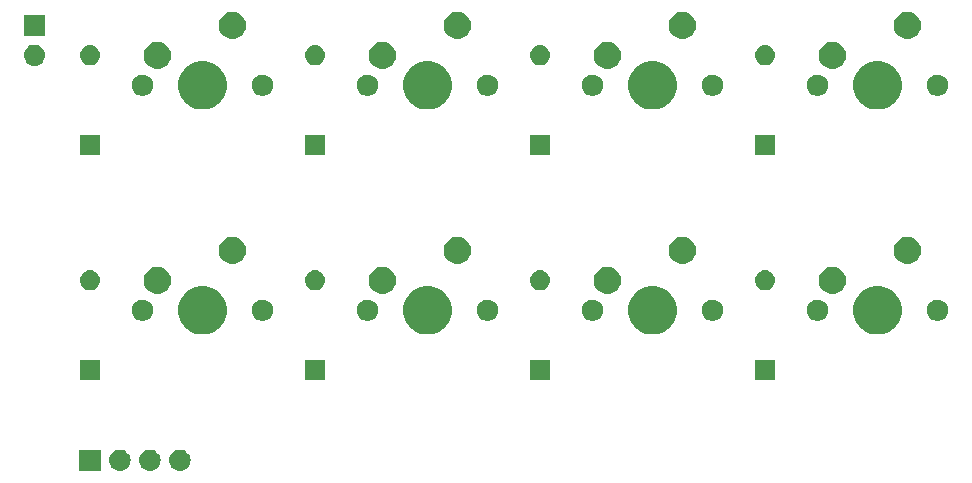
<source format=gbs>
G04 #@! TF.GenerationSoftware,KiCad,Pcbnew,(5.1.2)-1*
G04 #@! TF.CreationDate,2019-05-30T07:31:40-07:00*
G04 #@! TF.ProjectId,mechanical_keyboard_mk0,6d656368-616e-4696-9361-6c5f6b657962,rev?*
G04 #@! TF.SameCoordinates,Original*
G04 #@! TF.FileFunction,Soldermask,Bot*
G04 #@! TF.FilePolarity,Negative*
%FSLAX46Y46*%
G04 Gerber Fmt 4.6, Leading zero omitted, Abs format (unit mm)*
G04 Created by KiCad (PCBNEW (5.1.2)-1) date 2019-05-30 07:31:40*
%MOMM*%
%LPD*%
G04 APERTURE LIST*
%ADD10C,0.100000*%
G04 APERTURE END LIST*
D10*
G36*
X108695443Y-84703519D02*
G01*
X108761627Y-84710037D01*
X108931466Y-84761557D01*
X109087991Y-84845222D01*
X109123729Y-84874552D01*
X109225186Y-84957814D01*
X109308448Y-85059271D01*
X109337778Y-85095009D01*
X109421443Y-85251534D01*
X109472963Y-85421373D01*
X109490359Y-85598000D01*
X109472963Y-85774627D01*
X109421443Y-85944466D01*
X109337778Y-86100991D01*
X109308448Y-86136729D01*
X109225186Y-86238186D01*
X109123729Y-86321448D01*
X109087991Y-86350778D01*
X108931466Y-86434443D01*
X108761627Y-86485963D01*
X108695442Y-86492482D01*
X108629260Y-86499000D01*
X108540740Y-86499000D01*
X108474558Y-86492482D01*
X108408373Y-86485963D01*
X108238534Y-86434443D01*
X108082009Y-86350778D01*
X108046271Y-86321448D01*
X107944814Y-86238186D01*
X107861552Y-86136729D01*
X107832222Y-86100991D01*
X107748557Y-85944466D01*
X107697037Y-85774627D01*
X107679641Y-85598000D01*
X107697037Y-85421373D01*
X107748557Y-85251534D01*
X107832222Y-85095009D01*
X107861552Y-85059271D01*
X107944814Y-84957814D01*
X108046271Y-84874552D01*
X108082009Y-84845222D01*
X108238534Y-84761557D01*
X108408373Y-84710037D01*
X108474557Y-84703519D01*
X108540740Y-84697000D01*
X108629260Y-84697000D01*
X108695443Y-84703519D01*
X108695443Y-84703519D01*
G37*
G36*
X101866000Y-86499000D02*
G01*
X100064000Y-86499000D01*
X100064000Y-84697000D01*
X101866000Y-84697000D01*
X101866000Y-86499000D01*
X101866000Y-86499000D01*
G37*
G36*
X103615443Y-84703519D02*
G01*
X103681627Y-84710037D01*
X103851466Y-84761557D01*
X104007991Y-84845222D01*
X104043729Y-84874552D01*
X104145186Y-84957814D01*
X104228448Y-85059271D01*
X104257778Y-85095009D01*
X104341443Y-85251534D01*
X104392963Y-85421373D01*
X104410359Y-85598000D01*
X104392963Y-85774627D01*
X104341443Y-85944466D01*
X104257778Y-86100991D01*
X104228448Y-86136729D01*
X104145186Y-86238186D01*
X104043729Y-86321448D01*
X104007991Y-86350778D01*
X103851466Y-86434443D01*
X103681627Y-86485963D01*
X103615442Y-86492482D01*
X103549260Y-86499000D01*
X103460740Y-86499000D01*
X103394558Y-86492482D01*
X103328373Y-86485963D01*
X103158534Y-86434443D01*
X103002009Y-86350778D01*
X102966271Y-86321448D01*
X102864814Y-86238186D01*
X102781552Y-86136729D01*
X102752222Y-86100991D01*
X102668557Y-85944466D01*
X102617037Y-85774627D01*
X102599641Y-85598000D01*
X102617037Y-85421373D01*
X102668557Y-85251534D01*
X102752222Y-85095009D01*
X102781552Y-85059271D01*
X102864814Y-84957814D01*
X102966271Y-84874552D01*
X103002009Y-84845222D01*
X103158534Y-84761557D01*
X103328373Y-84710037D01*
X103394557Y-84703519D01*
X103460740Y-84697000D01*
X103549260Y-84697000D01*
X103615443Y-84703519D01*
X103615443Y-84703519D01*
G37*
G36*
X106155443Y-84703519D02*
G01*
X106221627Y-84710037D01*
X106391466Y-84761557D01*
X106547991Y-84845222D01*
X106583729Y-84874552D01*
X106685186Y-84957814D01*
X106768448Y-85059271D01*
X106797778Y-85095009D01*
X106881443Y-85251534D01*
X106932963Y-85421373D01*
X106950359Y-85598000D01*
X106932963Y-85774627D01*
X106881443Y-85944466D01*
X106797778Y-86100991D01*
X106768448Y-86136729D01*
X106685186Y-86238186D01*
X106583729Y-86321448D01*
X106547991Y-86350778D01*
X106391466Y-86434443D01*
X106221627Y-86485963D01*
X106155442Y-86492482D01*
X106089260Y-86499000D01*
X106000740Y-86499000D01*
X105934558Y-86492482D01*
X105868373Y-86485963D01*
X105698534Y-86434443D01*
X105542009Y-86350778D01*
X105506271Y-86321448D01*
X105404814Y-86238186D01*
X105321552Y-86136729D01*
X105292222Y-86100991D01*
X105208557Y-85944466D01*
X105157037Y-85774627D01*
X105139641Y-85598000D01*
X105157037Y-85421373D01*
X105208557Y-85251534D01*
X105292222Y-85095009D01*
X105321552Y-85059271D01*
X105404814Y-84957814D01*
X105506271Y-84874552D01*
X105542009Y-84845222D01*
X105698534Y-84761557D01*
X105868373Y-84710037D01*
X105934557Y-84703519D01*
X106000740Y-84697000D01*
X106089260Y-84697000D01*
X106155443Y-84703519D01*
X106155443Y-84703519D01*
G37*
G36*
X101816000Y-78829000D02*
G01*
X100114000Y-78829000D01*
X100114000Y-77127000D01*
X101816000Y-77127000D01*
X101816000Y-78829000D01*
X101816000Y-78829000D01*
G37*
G36*
X120866000Y-78829000D02*
G01*
X119164000Y-78829000D01*
X119164000Y-77127000D01*
X120866000Y-77127000D01*
X120866000Y-78829000D01*
X120866000Y-78829000D01*
G37*
G36*
X139916000Y-78829000D02*
G01*
X138214000Y-78829000D01*
X138214000Y-77127000D01*
X139916000Y-77127000D01*
X139916000Y-78829000D01*
X139916000Y-78829000D01*
G37*
G36*
X158966000Y-78829000D02*
G01*
X157264000Y-78829000D01*
X157264000Y-77127000D01*
X158966000Y-77127000D01*
X158966000Y-78829000D01*
X158966000Y-78829000D01*
G37*
G36*
X149188254Y-70925818D02*
G01*
X149533938Y-71069005D01*
X149561513Y-71080427D01*
X149897436Y-71304884D01*
X150183116Y-71590564D01*
X150407574Y-71926489D01*
X150562182Y-72299746D01*
X150641000Y-72695993D01*
X150641000Y-73100007D01*
X150562182Y-73496254D01*
X150407574Y-73869511D01*
X150407573Y-73869513D01*
X150183116Y-74205436D01*
X149897436Y-74491116D01*
X149561513Y-74715573D01*
X149561512Y-74715574D01*
X149561511Y-74715574D01*
X149188254Y-74870182D01*
X148792007Y-74949000D01*
X148387993Y-74949000D01*
X147991746Y-74870182D01*
X147618489Y-74715574D01*
X147618488Y-74715574D01*
X147618487Y-74715573D01*
X147282564Y-74491116D01*
X146996884Y-74205436D01*
X146772427Y-73869513D01*
X146772426Y-73869511D01*
X146617818Y-73496254D01*
X146539000Y-73100007D01*
X146539000Y-72695993D01*
X146617818Y-72299746D01*
X146772426Y-71926489D01*
X146996884Y-71590564D01*
X147282564Y-71304884D01*
X147618487Y-71080427D01*
X147646062Y-71069005D01*
X147991746Y-70925818D01*
X148387993Y-70847000D01*
X148792007Y-70847000D01*
X149188254Y-70925818D01*
X149188254Y-70925818D01*
G37*
G36*
X168238254Y-70925818D02*
G01*
X168583938Y-71069005D01*
X168611513Y-71080427D01*
X168947436Y-71304884D01*
X169233116Y-71590564D01*
X169457574Y-71926489D01*
X169612182Y-72299746D01*
X169691000Y-72695993D01*
X169691000Y-73100007D01*
X169612182Y-73496254D01*
X169457574Y-73869511D01*
X169457573Y-73869513D01*
X169233116Y-74205436D01*
X168947436Y-74491116D01*
X168611513Y-74715573D01*
X168611512Y-74715574D01*
X168611511Y-74715574D01*
X168238254Y-74870182D01*
X167842007Y-74949000D01*
X167437993Y-74949000D01*
X167041746Y-74870182D01*
X166668489Y-74715574D01*
X166668488Y-74715574D01*
X166668487Y-74715573D01*
X166332564Y-74491116D01*
X166046884Y-74205436D01*
X165822427Y-73869513D01*
X165822426Y-73869511D01*
X165667818Y-73496254D01*
X165589000Y-73100007D01*
X165589000Y-72695993D01*
X165667818Y-72299746D01*
X165822426Y-71926489D01*
X166046884Y-71590564D01*
X166332564Y-71304884D01*
X166668487Y-71080427D01*
X166696062Y-71069005D01*
X167041746Y-70925818D01*
X167437993Y-70847000D01*
X167842007Y-70847000D01*
X168238254Y-70925818D01*
X168238254Y-70925818D01*
G37*
G36*
X111088254Y-70925818D02*
G01*
X111433938Y-71069005D01*
X111461513Y-71080427D01*
X111797436Y-71304884D01*
X112083116Y-71590564D01*
X112307574Y-71926489D01*
X112462182Y-72299746D01*
X112541000Y-72695993D01*
X112541000Y-73100007D01*
X112462182Y-73496254D01*
X112307574Y-73869511D01*
X112307573Y-73869513D01*
X112083116Y-74205436D01*
X111797436Y-74491116D01*
X111461513Y-74715573D01*
X111461512Y-74715574D01*
X111461511Y-74715574D01*
X111088254Y-74870182D01*
X110692007Y-74949000D01*
X110287993Y-74949000D01*
X109891746Y-74870182D01*
X109518489Y-74715574D01*
X109518488Y-74715574D01*
X109518487Y-74715573D01*
X109182564Y-74491116D01*
X108896884Y-74205436D01*
X108672427Y-73869513D01*
X108672426Y-73869511D01*
X108517818Y-73496254D01*
X108439000Y-73100007D01*
X108439000Y-72695993D01*
X108517818Y-72299746D01*
X108672426Y-71926489D01*
X108896884Y-71590564D01*
X109182564Y-71304884D01*
X109518487Y-71080427D01*
X109546062Y-71069005D01*
X109891746Y-70925818D01*
X110287993Y-70847000D01*
X110692007Y-70847000D01*
X111088254Y-70925818D01*
X111088254Y-70925818D01*
G37*
G36*
X130138254Y-70925818D02*
G01*
X130483938Y-71069005D01*
X130511513Y-71080427D01*
X130847436Y-71304884D01*
X131133116Y-71590564D01*
X131357574Y-71926489D01*
X131512182Y-72299746D01*
X131591000Y-72695993D01*
X131591000Y-73100007D01*
X131512182Y-73496254D01*
X131357574Y-73869511D01*
X131357573Y-73869513D01*
X131133116Y-74205436D01*
X130847436Y-74491116D01*
X130511513Y-74715573D01*
X130511512Y-74715574D01*
X130511511Y-74715574D01*
X130138254Y-74870182D01*
X129742007Y-74949000D01*
X129337993Y-74949000D01*
X128941746Y-74870182D01*
X128568489Y-74715574D01*
X128568488Y-74715574D01*
X128568487Y-74715573D01*
X128232564Y-74491116D01*
X127946884Y-74205436D01*
X127722427Y-73869513D01*
X127722426Y-73869511D01*
X127567818Y-73496254D01*
X127489000Y-73100007D01*
X127489000Y-72695993D01*
X127567818Y-72299746D01*
X127722426Y-71926489D01*
X127946884Y-71590564D01*
X128232564Y-71304884D01*
X128568487Y-71080427D01*
X128596062Y-71069005D01*
X128941746Y-70925818D01*
X129337993Y-70847000D01*
X129742007Y-70847000D01*
X130138254Y-70925818D01*
X130138254Y-70925818D01*
G37*
G36*
X115683512Y-72001927D02*
G01*
X115832812Y-72031624D01*
X115996784Y-72099544D01*
X116144354Y-72198147D01*
X116269853Y-72323646D01*
X116368456Y-72471216D01*
X116436376Y-72635188D01*
X116471000Y-72809259D01*
X116471000Y-72986741D01*
X116436376Y-73160812D01*
X116368456Y-73324784D01*
X116269853Y-73472354D01*
X116144354Y-73597853D01*
X115996784Y-73696456D01*
X115832812Y-73764376D01*
X115683512Y-73794073D01*
X115658742Y-73799000D01*
X115481258Y-73799000D01*
X115456488Y-73794073D01*
X115307188Y-73764376D01*
X115143216Y-73696456D01*
X114995646Y-73597853D01*
X114870147Y-73472354D01*
X114771544Y-73324784D01*
X114703624Y-73160812D01*
X114669000Y-72986741D01*
X114669000Y-72809259D01*
X114703624Y-72635188D01*
X114771544Y-72471216D01*
X114870147Y-72323646D01*
X114995646Y-72198147D01*
X115143216Y-72099544D01*
X115307188Y-72031624D01*
X115456488Y-72001927D01*
X115481258Y-71997000D01*
X115658742Y-71997000D01*
X115683512Y-72001927D01*
X115683512Y-72001927D01*
G37*
G36*
X153783512Y-72001927D02*
G01*
X153932812Y-72031624D01*
X154096784Y-72099544D01*
X154244354Y-72198147D01*
X154369853Y-72323646D01*
X154468456Y-72471216D01*
X154536376Y-72635188D01*
X154571000Y-72809259D01*
X154571000Y-72986741D01*
X154536376Y-73160812D01*
X154468456Y-73324784D01*
X154369853Y-73472354D01*
X154244354Y-73597853D01*
X154096784Y-73696456D01*
X153932812Y-73764376D01*
X153783512Y-73794073D01*
X153758742Y-73799000D01*
X153581258Y-73799000D01*
X153556488Y-73794073D01*
X153407188Y-73764376D01*
X153243216Y-73696456D01*
X153095646Y-73597853D01*
X152970147Y-73472354D01*
X152871544Y-73324784D01*
X152803624Y-73160812D01*
X152769000Y-72986741D01*
X152769000Y-72809259D01*
X152803624Y-72635188D01*
X152871544Y-72471216D01*
X152970147Y-72323646D01*
X153095646Y-72198147D01*
X153243216Y-72099544D01*
X153407188Y-72031624D01*
X153556488Y-72001927D01*
X153581258Y-71997000D01*
X153758742Y-71997000D01*
X153783512Y-72001927D01*
X153783512Y-72001927D01*
G37*
G36*
X162673512Y-72001927D02*
G01*
X162822812Y-72031624D01*
X162986784Y-72099544D01*
X163134354Y-72198147D01*
X163259853Y-72323646D01*
X163358456Y-72471216D01*
X163426376Y-72635188D01*
X163461000Y-72809259D01*
X163461000Y-72986741D01*
X163426376Y-73160812D01*
X163358456Y-73324784D01*
X163259853Y-73472354D01*
X163134354Y-73597853D01*
X162986784Y-73696456D01*
X162822812Y-73764376D01*
X162673512Y-73794073D01*
X162648742Y-73799000D01*
X162471258Y-73799000D01*
X162446488Y-73794073D01*
X162297188Y-73764376D01*
X162133216Y-73696456D01*
X161985646Y-73597853D01*
X161860147Y-73472354D01*
X161761544Y-73324784D01*
X161693624Y-73160812D01*
X161659000Y-72986741D01*
X161659000Y-72809259D01*
X161693624Y-72635188D01*
X161761544Y-72471216D01*
X161860147Y-72323646D01*
X161985646Y-72198147D01*
X162133216Y-72099544D01*
X162297188Y-72031624D01*
X162446488Y-72001927D01*
X162471258Y-71997000D01*
X162648742Y-71997000D01*
X162673512Y-72001927D01*
X162673512Y-72001927D01*
G37*
G36*
X134733512Y-72001927D02*
G01*
X134882812Y-72031624D01*
X135046784Y-72099544D01*
X135194354Y-72198147D01*
X135319853Y-72323646D01*
X135418456Y-72471216D01*
X135486376Y-72635188D01*
X135521000Y-72809259D01*
X135521000Y-72986741D01*
X135486376Y-73160812D01*
X135418456Y-73324784D01*
X135319853Y-73472354D01*
X135194354Y-73597853D01*
X135046784Y-73696456D01*
X134882812Y-73764376D01*
X134733512Y-73794073D01*
X134708742Y-73799000D01*
X134531258Y-73799000D01*
X134506488Y-73794073D01*
X134357188Y-73764376D01*
X134193216Y-73696456D01*
X134045646Y-73597853D01*
X133920147Y-73472354D01*
X133821544Y-73324784D01*
X133753624Y-73160812D01*
X133719000Y-72986741D01*
X133719000Y-72809259D01*
X133753624Y-72635188D01*
X133821544Y-72471216D01*
X133920147Y-72323646D01*
X134045646Y-72198147D01*
X134193216Y-72099544D01*
X134357188Y-72031624D01*
X134506488Y-72001927D01*
X134531258Y-71997000D01*
X134708742Y-71997000D01*
X134733512Y-72001927D01*
X134733512Y-72001927D01*
G37*
G36*
X124573512Y-72001927D02*
G01*
X124722812Y-72031624D01*
X124886784Y-72099544D01*
X125034354Y-72198147D01*
X125159853Y-72323646D01*
X125258456Y-72471216D01*
X125326376Y-72635188D01*
X125361000Y-72809259D01*
X125361000Y-72986741D01*
X125326376Y-73160812D01*
X125258456Y-73324784D01*
X125159853Y-73472354D01*
X125034354Y-73597853D01*
X124886784Y-73696456D01*
X124722812Y-73764376D01*
X124573512Y-73794073D01*
X124548742Y-73799000D01*
X124371258Y-73799000D01*
X124346488Y-73794073D01*
X124197188Y-73764376D01*
X124033216Y-73696456D01*
X123885646Y-73597853D01*
X123760147Y-73472354D01*
X123661544Y-73324784D01*
X123593624Y-73160812D01*
X123559000Y-72986741D01*
X123559000Y-72809259D01*
X123593624Y-72635188D01*
X123661544Y-72471216D01*
X123760147Y-72323646D01*
X123885646Y-72198147D01*
X124033216Y-72099544D01*
X124197188Y-72031624D01*
X124346488Y-72001927D01*
X124371258Y-71997000D01*
X124548742Y-71997000D01*
X124573512Y-72001927D01*
X124573512Y-72001927D01*
G37*
G36*
X105523512Y-72001927D02*
G01*
X105672812Y-72031624D01*
X105836784Y-72099544D01*
X105984354Y-72198147D01*
X106109853Y-72323646D01*
X106208456Y-72471216D01*
X106276376Y-72635188D01*
X106311000Y-72809259D01*
X106311000Y-72986741D01*
X106276376Y-73160812D01*
X106208456Y-73324784D01*
X106109853Y-73472354D01*
X105984354Y-73597853D01*
X105836784Y-73696456D01*
X105672812Y-73764376D01*
X105523512Y-73794073D01*
X105498742Y-73799000D01*
X105321258Y-73799000D01*
X105296488Y-73794073D01*
X105147188Y-73764376D01*
X104983216Y-73696456D01*
X104835646Y-73597853D01*
X104710147Y-73472354D01*
X104611544Y-73324784D01*
X104543624Y-73160812D01*
X104509000Y-72986741D01*
X104509000Y-72809259D01*
X104543624Y-72635188D01*
X104611544Y-72471216D01*
X104710147Y-72323646D01*
X104835646Y-72198147D01*
X104983216Y-72099544D01*
X105147188Y-72031624D01*
X105296488Y-72001927D01*
X105321258Y-71997000D01*
X105498742Y-71997000D01*
X105523512Y-72001927D01*
X105523512Y-72001927D01*
G37*
G36*
X143623512Y-72001927D02*
G01*
X143772812Y-72031624D01*
X143936784Y-72099544D01*
X144084354Y-72198147D01*
X144209853Y-72323646D01*
X144308456Y-72471216D01*
X144376376Y-72635188D01*
X144411000Y-72809259D01*
X144411000Y-72986741D01*
X144376376Y-73160812D01*
X144308456Y-73324784D01*
X144209853Y-73472354D01*
X144084354Y-73597853D01*
X143936784Y-73696456D01*
X143772812Y-73764376D01*
X143623512Y-73794073D01*
X143598742Y-73799000D01*
X143421258Y-73799000D01*
X143396488Y-73794073D01*
X143247188Y-73764376D01*
X143083216Y-73696456D01*
X142935646Y-73597853D01*
X142810147Y-73472354D01*
X142711544Y-73324784D01*
X142643624Y-73160812D01*
X142609000Y-72986741D01*
X142609000Y-72809259D01*
X142643624Y-72635188D01*
X142711544Y-72471216D01*
X142810147Y-72323646D01*
X142935646Y-72198147D01*
X143083216Y-72099544D01*
X143247188Y-72031624D01*
X143396488Y-72001927D01*
X143421258Y-71997000D01*
X143598742Y-71997000D01*
X143623512Y-72001927D01*
X143623512Y-72001927D01*
G37*
G36*
X172833512Y-72001927D02*
G01*
X172982812Y-72031624D01*
X173146784Y-72099544D01*
X173294354Y-72198147D01*
X173419853Y-72323646D01*
X173518456Y-72471216D01*
X173586376Y-72635188D01*
X173621000Y-72809259D01*
X173621000Y-72986741D01*
X173586376Y-73160812D01*
X173518456Y-73324784D01*
X173419853Y-73472354D01*
X173294354Y-73597853D01*
X173146784Y-73696456D01*
X172982812Y-73764376D01*
X172833512Y-73794073D01*
X172808742Y-73799000D01*
X172631258Y-73799000D01*
X172606488Y-73794073D01*
X172457188Y-73764376D01*
X172293216Y-73696456D01*
X172145646Y-73597853D01*
X172020147Y-73472354D01*
X171921544Y-73324784D01*
X171853624Y-73160812D01*
X171819000Y-72986741D01*
X171819000Y-72809259D01*
X171853624Y-72635188D01*
X171921544Y-72471216D01*
X172020147Y-72323646D01*
X172145646Y-72198147D01*
X172293216Y-72099544D01*
X172457188Y-72031624D01*
X172606488Y-72001927D01*
X172631258Y-71997000D01*
X172808742Y-71997000D01*
X172833512Y-72001927D01*
X172833512Y-72001927D01*
G37*
G36*
X106904549Y-69229116D02*
G01*
X107015734Y-69251232D01*
X107225203Y-69337997D01*
X107413720Y-69463960D01*
X107574040Y-69624280D01*
X107700003Y-69812797D01*
X107786768Y-70022266D01*
X107831000Y-70244636D01*
X107831000Y-70471364D01*
X107786768Y-70693734D01*
X107700003Y-70903203D01*
X107574040Y-71091720D01*
X107413720Y-71252040D01*
X107225203Y-71378003D01*
X107015734Y-71464768D01*
X106904549Y-71486884D01*
X106793365Y-71509000D01*
X106566635Y-71509000D01*
X106455451Y-71486884D01*
X106344266Y-71464768D01*
X106134797Y-71378003D01*
X105946280Y-71252040D01*
X105785960Y-71091720D01*
X105659997Y-70903203D01*
X105573232Y-70693734D01*
X105529000Y-70471364D01*
X105529000Y-70244636D01*
X105573232Y-70022266D01*
X105659997Y-69812797D01*
X105785960Y-69624280D01*
X105946280Y-69463960D01*
X106134797Y-69337997D01*
X106344266Y-69251232D01*
X106455451Y-69229116D01*
X106566635Y-69207000D01*
X106793365Y-69207000D01*
X106904549Y-69229116D01*
X106904549Y-69229116D01*
G37*
G36*
X164054549Y-69229116D02*
G01*
X164165734Y-69251232D01*
X164375203Y-69337997D01*
X164563720Y-69463960D01*
X164724040Y-69624280D01*
X164850003Y-69812797D01*
X164936768Y-70022266D01*
X164981000Y-70244636D01*
X164981000Y-70471364D01*
X164936768Y-70693734D01*
X164850003Y-70903203D01*
X164724040Y-71091720D01*
X164563720Y-71252040D01*
X164375203Y-71378003D01*
X164165734Y-71464768D01*
X164054549Y-71486884D01*
X163943365Y-71509000D01*
X163716635Y-71509000D01*
X163605451Y-71486884D01*
X163494266Y-71464768D01*
X163284797Y-71378003D01*
X163096280Y-71252040D01*
X162935960Y-71091720D01*
X162809997Y-70903203D01*
X162723232Y-70693734D01*
X162679000Y-70471364D01*
X162679000Y-70244636D01*
X162723232Y-70022266D01*
X162809997Y-69812797D01*
X162935960Y-69624280D01*
X163096280Y-69463960D01*
X163284797Y-69337997D01*
X163494266Y-69251232D01*
X163605451Y-69229116D01*
X163716635Y-69207000D01*
X163943365Y-69207000D01*
X164054549Y-69229116D01*
X164054549Y-69229116D01*
G37*
G36*
X145004549Y-69229116D02*
G01*
X145115734Y-69251232D01*
X145325203Y-69337997D01*
X145513720Y-69463960D01*
X145674040Y-69624280D01*
X145800003Y-69812797D01*
X145886768Y-70022266D01*
X145931000Y-70244636D01*
X145931000Y-70471364D01*
X145886768Y-70693734D01*
X145800003Y-70903203D01*
X145674040Y-71091720D01*
X145513720Y-71252040D01*
X145325203Y-71378003D01*
X145115734Y-71464768D01*
X145004549Y-71486884D01*
X144893365Y-71509000D01*
X144666635Y-71509000D01*
X144555451Y-71486884D01*
X144444266Y-71464768D01*
X144234797Y-71378003D01*
X144046280Y-71252040D01*
X143885960Y-71091720D01*
X143759997Y-70903203D01*
X143673232Y-70693734D01*
X143629000Y-70471364D01*
X143629000Y-70244636D01*
X143673232Y-70022266D01*
X143759997Y-69812797D01*
X143885960Y-69624280D01*
X144046280Y-69463960D01*
X144234797Y-69337997D01*
X144444266Y-69251232D01*
X144555451Y-69229116D01*
X144666635Y-69207000D01*
X144893365Y-69207000D01*
X145004549Y-69229116D01*
X145004549Y-69229116D01*
G37*
G36*
X125954549Y-69229116D02*
G01*
X126065734Y-69251232D01*
X126275203Y-69337997D01*
X126463720Y-69463960D01*
X126624040Y-69624280D01*
X126750003Y-69812797D01*
X126836768Y-70022266D01*
X126881000Y-70244636D01*
X126881000Y-70471364D01*
X126836768Y-70693734D01*
X126750003Y-70903203D01*
X126624040Y-71091720D01*
X126463720Y-71252040D01*
X126275203Y-71378003D01*
X126065734Y-71464768D01*
X125954549Y-71486884D01*
X125843365Y-71509000D01*
X125616635Y-71509000D01*
X125505451Y-71486884D01*
X125394266Y-71464768D01*
X125184797Y-71378003D01*
X124996280Y-71252040D01*
X124835960Y-71091720D01*
X124709997Y-70903203D01*
X124623232Y-70693734D01*
X124579000Y-70471364D01*
X124579000Y-70244636D01*
X124623232Y-70022266D01*
X124709997Y-69812797D01*
X124835960Y-69624280D01*
X124996280Y-69463960D01*
X125184797Y-69337997D01*
X125394266Y-69251232D01*
X125505451Y-69229116D01*
X125616635Y-69207000D01*
X125843365Y-69207000D01*
X125954549Y-69229116D01*
X125954549Y-69229116D01*
G37*
G36*
X158281823Y-69519313D02*
G01*
X158442242Y-69567976D01*
X158547579Y-69624280D01*
X158590078Y-69646996D01*
X158719659Y-69753341D01*
X158826004Y-69882922D01*
X158826005Y-69882924D01*
X158905024Y-70030758D01*
X158953687Y-70191177D01*
X158970117Y-70358000D01*
X158953687Y-70524823D01*
X158905024Y-70685242D01*
X158834114Y-70817906D01*
X158826004Y-70833078D01*
X158719659Y-70962659D01*
X158590078Y-71069004D01*
X158590076Y-71069005D01*
X158442242Y-71148024D01*
X158281823Y-71196687D01*
X158156804Y-71209000D01*
X158073196Y-71209000D01*
X157948177Y-71196687D01*
X157787758Y-71148024D01*
X157639924Y-71069005D01*
X157639922Y-71069004D01*
X157510341Y-70962659D01*
X157403996Y-70833078D01*
X157395886Y-70817906D01*
X157324976Y-70685242D01*
X157276313Y-70524823D01*
X157259883Y-70358000D01*
X157276313Y-70191177D01*
X157324976Y-70030758D01*
X157403995Y-69882924D01*
X157403996Y-69882922D01*
X157510341Y-69753341D01*
X157639922Y-69646996D01*
X157682421Y-69624280D01*
X157787758Y-69567976D01*
X157948177Y-69519313D01*
X158073196Y-69507000D01*
X158156804Y-69507000D01*
X158281823Y-69519313D01*
X158281823Y-69519313D01*
G37*
G36*
X139231823Y-69519313D02*
G01*
X139392242Y-69567976D01*
X139497579Y-69624280D01*
X139540078Y-69646996D01*
X139669659Y-69753341D01*
X139776004Y-69882922D01*
X139776005Y-69882924D01*
X139855024Y-70030758D01*
X139903687Y-70191177D01*
X139920117Y-70358000D01*
X139903687Y-70524823D01*
X139855024Y-70685242D01*
X139784114Y-70817906D01*
X139776004Y-70833078D01*
X139669659Y-70962659D01*
X139540078Y-71069004D01*
X139540076Y-71069005D01*
X139392242Y-71148024D01*
X139231823Y-71196687D01*
X139106804Y-71209000D01*
X139023196Y-71209000D01*
X138898177Y-71196687D01*
X138737758Y-71148024D01*
X138589924Y-71069005D01*
X138589922Y-71069004D01*
X138460341Y-70962659D01*
X138353996Y-70833078D01*
X138345886Y-70817906D01*
X138274976Y-70685242D01*
X138226313Y-70524823D01*
X138209883Y-70358000D01*
X138226313Y-70191177D01*
X138274976Y-70030758D01*
X138353995Y-69882924D01*
X138353996Y-69882922D01*
X138460341Y-69753341D01*
X138589922Y-69646996D01*
X138632421Y-69624280D01*
X138737758Y-69567976D01*
X138898177Y-69519313D01*
X139023196Y-69507000D01*
X139106804Y-69507000D01*
X139231823Y-69519313D01*
X139231823Y-69519313D01*
G37*
G36*
X120181823Y-69519313D02*
G01*
X120342242Y-69567976D01*
X120447579Y-69624280D01*
X120490078Y-69646996D01*
X120619659Y-69753341D01*
X120726004Y-69882922D01*
X120726005Y-69882924D01*
X120805024Y-70030758D01*
X120853687Y-70191177D01*
X120870117Y-70358000D01*
X120853687Y-70524823D01*
X120805024Y-70685242D01*
X120734114Y-70817906D01*
X120726004Y-70833078D01*
X120619659Y-70962659D01*
X120490078Y-71069004D01*
X120490076Y-71069005D01*
X120342242Y-71148024D01*
X120181823Y-71196687D01*
X120056804Y-71209000D01*
X119973196Y-71209000D01*
X119848177Y-71196687D01*
X119687758Y-71148024D01*
X119539924Y-71069005D01*
X119539922Y-71069004D01*
X119410341Y-70962659D01*
X119303996Y-70833078D01*
X119295886Y-70817906D01*
X119224976Y-70685242D01*
X119176313Y-70524823D01*
X119159883Y-70358000D01*
X119176313Y-70191177D01*
X119224976Y-70030758D01*
X119303995Y-69882924D01*
X119303996Y-69882922D01*
X119410341Y-69753341D01*
X119539922Y-69646996D01*
X119582421Y-69624280D01*
X119687758Y-69567976D01*
X119848177Y-69519313D01*
X119973196Y-69507000D01*
X120056804Y-69507000D01*
X120181823Y-69519313D01*
X120181823Y-69519313D01*
G37*
G36*
X101131823Y-69519313D02*
G01*
X101292242Y-69567976D01*
X101397579Y-69624280D01*
X101440078Y-69646996D01*
X101569659Y-69753341D01*
X101676004Y-69882922D01*
X101676005Y-69882924D01*
X101755024Y-70030758D01*
X101803687Y-70191177D01*
X101820117Y-70358000D01*
X101803687Y-70524823D01*
X101755024Y-70685242D01*
X101684114Y-70817906D01*
X101676004Y-70833078D01*
X101569659Y-70962659D01*
X101440078Y-71069004D01*
X101440076Y-71069005D01*
X101292242Y-71148024D01*
X101131823Y-71196687D01*
X101006804Y-71209000D01*
X100923196Y-71209000D01*
X100798177Y-71196687D01*
X100637758Y-71148024D01*
X100489924Y-71069005D01*
X100489922Y-71069004D01*
X100360341Y-70962659D01*
X100253996Y-70833078D01*
X100245886Y-70817906D01*
X100174976Y-70685242D01*
X100126313Y-70524823D01*
X100109883Y-70358000D01*
X100126313Y-70191177D01*
X100174976Y-70030758D01*
X100253995Y-69882924D01*
X100253996Y-69882922D01*
X100360341Y-69753341D01*
X100489922Y-69646996D01*
X100532421Y-69624280D01*
X100637758Y-69567976D01*
X100798177Y-69519313D01*
X100923196Y-69507000D01*
X101006804Y-69507000D01*
X101131823Y-69519313D01*
X101131823Y-69519313D01*
G37*
G36*
X113254549Y-66689116D02*
G01*
X113365734Y-66711232D01*
X113575203Y-66797997D01*
X113763720Y-66923960D01*
X113924040Y-67084280D01*
X114050003Y-67272797D01*
X114136768Y-67482266D01*
X114181000Y-67704636D01*
X114181000Y-67931364D01*
X114136768Y-68153734D01*
X114050003Y-68363203D01*
X113924040Y-68551720D01*
X113763720Y-68712040D01*
X113575203Y-68838003D01*
X113365734Y-68924768D01*
X113254549Y-68946884D01*
X113143365Y-68969000D01*
X112916635Y-68969000D01*
X112805451Y-68946884D01*
X112694266Y-68924768D01*
X112484797Y-68838003D01*
X112296280Y-68712040D01*
X112135960Y-68551720D01*
X112009997Y-68363203D01*
X111923232Y-68153734D01*
X111879000Y-67931364D01*
X111879000Y-67704636D01*
X111923232Y-67482266D01*
X112009997Y-67272797D01*
X112135960Y-67084280D01*
X112296280Y-66923960D01*
X112484797Y-66797997D01*
X112694266Y-66711232D01*
X112805451Y-66689116D01*
X112916635Y-66667000D01*
X113143365Y-66667000D01*
X113254549Y-66689116D01*
X113254549Y-66689116D01*
G37*
G36*
X151354549Y-66689116D02*
G01*
X151465734Y-66711232D01*
X151675203Y-66797997D01*
X151863720Y-66923960D01*
X152024040Y-67084280D01*
X152150003Y-67272797D01*
X152236768Y-67482266D01*
X152281000Y-67704636D01*
X152281000Y-67931364D01*
X152236768Y-68153734D01*
X152150003Y-68363203D01*
X152024040Y-68551720D01*
X151863720Y-68712040D01*
X151675203Y-68838003D01*
X151465734Y-68924768D01*
X151354549Y-68946884D01*
X151243365Y-68969000D01*
X151016635Y-68969000D01*
X150905451Y-68946884D01*
X150794266Y-68924768D01*
X150584797Y-68838003D01*
X150396280Y-68712040D01*
X150235960Y-68551720D01*
X150109997Y-68363203D01*
X150023232Y-68153734D01*
X149979000Y-67931364D01*
X149979000Y-67704636D01*
X150023232Y-67482266D01*
X150109997Y-67272797D01*
X150235960Y-67084280D01*
X150396280Y-66923960D01*
X150584797Y-66797997D01*
X150794266Y-66711232D01*
X150905451Y-66689116D01*
X151016635Y-66667000D01*
X151243365Y-66667000D01*
X151354549Y-66689116D01*
X151354549Y-66689116D01*
G37*
G36*
X132304549Y-66689116D02*
G01*
X132415734Y-66711232D01*
X132625203Y-66797997D01*
X132813720Y-66923960D01*
X132974040Y-67084280D01*
X133100003Y-67272797D01*
X133186768Y-67482266D01*
X133231000Y-67704636D01*
X133231000Y-67931364D01*
X133186768Y-68153734D01*
X133100003Y-68363203D01*
X132974040Y-68551720D01*
X132813720Y-68712040D01*
X132625203Y-68838003D01*
X132415734Y-68924768D01*
X132304549Y-68946884D01*
X132193365Y-68969000D01*
X131966635Y-68969000D01*
X131855451Y-68946884D01*
X131744266Y-68924768D01*
X131534797Y-68838003D01*
X131346280Y-68712040D01*
X131185960Y-68551720D01*
X131059997Y-68363203D01*
X130973232Y-68153734D01*
X130929000Y-67931364D01*
X130929000Y-67704636D01*
X130973232Y-67482266D01*
X131059997Y-67272797D01*
X131185960Y-67084280D01*
X131346280Y-66923960D01*
X131534797Y-66797997D01*
X131744266Y-66711232D01*
X131855451Y-66689116D01*
X131966635Y-66667000D01*
X132193365Y-66667000D01*
X132304549Y-66689116D01*
X132304549Y-66689116D01*
G37*
G36*
X170404549Y-66689116D02*
G01*
X170515734Y-66711232D01*
X170725203Y-66797997D01*
X170913720Y-66923960D01*
X171074040Y-67084280D01*
X171200003Y-67272797D01*
X171286768Y-67482266D01*
X171331000Y-67704636D01*
X171331000Y-67931364D01*
X171286768Y-68153734D01*
X171200003Y-68363203D01*
X171074040Y-68551720D01*
X170913720Y-68712040D01*
X170725203Y-68838003D01*
X170515734Y-68924768D01*
X170404549Y-68946884D01*
X170293365Y-68969000D01*
X170066635Y-68969000D01*
X169955451Y-68946884D01*
X169844266Y-68924768D01*
X169634797Y-68838003D01*
X169446280Y-68712040D01*
X169285960Y-68551720D01*
X169159997Y-68363203D01*
X169073232Y-68153734D01*
X169029000Y-67931364D01*
X169029000Y-67704636D01*
X169073232Y-67482266D01*
X169159997Y-67272797D01*
X169285960Y-67084280D01*
X169446280Y-66923960D01*
X169634797Y-66797997D01*
X169844266Y-66711232D01*
X169955451Y-66689116D01*
X170066635Y-66667000D01*
X170293365Y-66667000D01*
X170404549Y-66689116D01*
X170404549Y-66689116D01*
G37*
G36*
X158966000Y-59779000D02*
G01*
X157264000Y-59779000D01*
X157264000Y-58077000D01*
X158966000Y-58077000D01*
X158966000Y-59779000D01*
X158966000Y-59779000D01*
G37*
G36*
X139916000Y-59779000D02*
G01*
X138214000Y-59779000D01*
X138214000Y-58077000D01*
X139916000Y-58077000D01*
X139916000Y-59779000D01*
X139916000Y-59779000D01*
G37*
G36*
X120866000Y-59779000D02*
G01*
X119164000Y-59779000D01*
X119164000Y-58077000D01*
X120866000Y-58077000D01*
X120866000Y-59779000D01*
X120866000Y-59779000D01*
G37*
G36*
X101816000Y-59779000D02*
G01*
X100114000Y-59779000D01*
X100114000Y-58077000D01*
X101816000Y-58077000D01*
X101816000Y-59779000D01*
X101816000Y-59779000D01*
G37*
G36*
X168238254Y-51875818D02*
G01*
X168583938Y-52019005D01*
X168611513Y-52030427D01*
X168878766Y-52209000D01*
X168947436Y-52254884D01*
X169233116Y-52540564D01*
X169457574Y-52876489D01*
X169612182Y-53249746D01*
X169691000Y-53645993D01*
X169691000Y-54050007D01*
X169612182Y-54446254D01*
X169457574Y-54819511D01*
X169457573Y-54819513D01*
X169233116Y-55155436D01*
X168947436Y-55441116D01*
X168611513Y-55665573D01*
X168611512Y-55665574D01*
X168611511Y-55665574D01*
X168238254Y-55820182D01*
X167842007Y-55899000D01*
X167437993Y-55899000D01*
X167041746Y-55820182D01*
X166668489Y-55665574D01*
X166668488Y-55665574D01*
X166668487Y-55665573D01*
X166332564Y-55441116D01*
X166046884Y-55155436D01*
X165822427Y-54819513D01*
X165822426Y-54819511D01*
X165667818Y-54446254D01*
X165589000Y-54050007D01*
X165589000Y-53645993D01*
X165667818Y-53249746D01*
X165822426Y-52876489D01*
X166046884Y-52540564D01*
X166332564Y-52254884D01*
X166401234Y-52209000D01*
X166668487Y-52030427D01*
X166696062Y-52019005D01*
X167041746Y-51875818D01*
X167437993Y-51797000D01*
X167842007Y-51797000D01*
X168238254Y-51875818D01*
X168238254Y-51875818D01*
G37*
G36*
X111088254Y-51875818D02*
G01*
X111433938Y-52019005D01*
X111461513Y-52030427D01*
X111728766Y-52209000D01*
X111797436Y-52254884D01*
X112083116Y-52540564D01*
X112307574Y-52876489D01*
X112462182Y-53249746D01*
X112541000Y-53645993D01*
X112541000Y-54050007D01*
X112462182Y-54446254D01*
X112307574Y-54819511D01*
X112307573Y-54819513D01*
X112083116Y-55155436D01*
X111797436Y-55441116D01*
X111461513Y-55665573D01*
X111461512Y-55665574D01*
X111461511Y-55665574D01*
X111088254Y-55820182D01*
X110692007Y-55899000D01*
X110287993Y-55899000D01*
X109891746Y-55820182D01*
X109518489Y-55665574D01*
X109518488Y-55665574D01*
X109518487Y-55665573D01*
X109182564Y-55441116D01*
X108896884Y-55155436D01*
X108672427Y-54819513D01*
X108672426Y-54819511D01*
X108517818Y-54446254D01*
X108439000Y-54050007D01*
X108439000Y-53645993D01*
X108517818Y-53249746D01*
X108672426Y-52876489D01*
X108896884Y-52540564D01*
X109182564Y-52254884D01*
X109251234Y-52209000D01*
X109518487Y-52030427D01*
X109546062Y-52019005D01*
X109891746Y-51875818D01*
X110287993Y-51797000D01*
X110692007Y-51797000D01*
X111088254Y-51875818D01*
X111088254Y-51875818D01*
G37*
G36*
X149188254Y-51875818D02*
G01*
X149533938Y-52019005D01*
X149561513Y-52030427D01*
X149828766Y-52209000D01*
X149897436Y-52254884D01*
X150183116Y-52540564D01*
X150407574Y-52876489D01*
X150562182Y-53249746D01*
X150641000Y-53645993D01*
X150641000Y-54050007D01*
X150562182Y-54446254D01*
X150407574Y-54819511D01*
X150407573Y-54819513D01*
X150183116Y-55155436D01*
X149897436Y-55441116D01*
X149561513Y-55665573D01*
X149561512Y-55665574D01*
X149561511Y-55665574D01*
X149188254Y-55820182D01*
X148792007Y-55899000D01*
X148387993Y-55899000D01*
X147991746Y-55820182D01*
X147618489Y-55665574D01*
X147618488Y-55665574D01*
X147618487Y-55665573D01*
X147282564Y-55441116D01*
X146996884Y-55155436D01*
X146772427Y-54819513D01*
X146772426Y-54819511D01*
X146617818Y-54446254D01*
X146539000Y-54050007D01*
X146539000Y-53645993D01*
X146617818Y-53249746D01*
X146772426Y-52876489D01*
X146996884Y-52540564D01*
X147282564Y-52254884D01*
X147351234Y-52209000D01*
X147618487Y-52030427D01*
X147646062Y-52019005D01*
X147991746Y-51875818D01*
X148387993Y-51797000D01*
X148792007Y-51797000D01*
X149188254Y-51875818D01*
X149188254Y-51875818D01*
G37*
G36*
X130138254Y-51875818D02*
G01*
X130483938Y-52019005D01*
X130511513Y-52030427D01*
X130778766Y-52209000D01*
X130847436Y-52254884D01*
X131133116Y-52540564D01*
X131357574Y-52876489D01*
X131512182Y-53249746D01*
X131591000Y-53645993D01*
X131591000Y-54050007D01*
X131512182Y-54446254D01*
X131357574Y-54819511D01*
X131357573Y-54819513D01*
X131133116Y-55155436D01*
X130847436Y-55441116D01*
X130511513Y-55665573D01*
X130511512Y-55665574D01*
X130511511Y-55665574D01*
X130138254Y-55820182D01*
X129742007Y-55899000D01*
X129337993Y-55899000D01*
X128941746Y-55820182D01*
X128568489Y-55665574D01*
X128568488Y-55665574D01*
X128568487Y-55665573D01*
X128232564Y-55441116D01*
X127946884Y-55155436D01*
X127722427Y-54819513D01*
X127722426Y-54819511D01*
X127567818Y-54446254D01*
X127489000Y-54050007D01*
X127489000Y-53645993D01*
X127567818Y-53249746D01*
X127722426Y-52876489D01*
X127946884Y-52540564D01*
X128232564Y-52254884D01*
X128301234Y-52209000D01*
X128568487Y-52030427D01*
X128596062Y-52019005D01*
X128941746Y-51875818D01*
X129337993Y-51797000D01*
X129742007Y-51797000D01*
X130138254Y-51875818D01*
X130138254Y-51875818D01*
G37*
G36*
X162673512Y-52951927D02*
G01*
X162822812Y-52981624D01*
X162986784Y-53049544D01*
X163134354Y-53148147D01*
X163259853Y-53273646D01*
X163358456Y-53421216D01*
X163426376Y-53585188D01*
X163461000Y-53759259D01*
X163461000Y-53936741D01*
X163426376Y-54110812D01*
X163358456Y-54274784D01*
X163259853Y-54422354D01*
X163134354Y-54547853D01*
X162986784Y-54646456D01*
X162822812Y-54714376D01*
X162673512Y-54744073D01*
X162648742Y-54749000D01*
X162471258Y-54749000D01*
X162446488Y-54744073D01*
X162297188Y-54714376D01*
X162133216Y-54646456D01*
X161985646Y-54547853D01*
X161860147Y-54422354D01*
X161761544Y-54274784D01*
X161693624Y-54110812D01*
X161659000Y-53936741D01*
X161659000Y-53759259D01*
X161693624Y-53585188D01*
X161761544Y-53421216D01*
X161860147Y-53273646D01*
X161985646Y-53148147D01*
X162133216Y-53049544D01*
X162297188Y-52981624D01*
X162446488Y-52951927D01*
X162471258Y-52947000D01*
X162648742Y-52947000D01*
X162673512Y-52951927D01*
X162673512Y-52951927D01*
G37*
G36*
X172833512Y-52951927D02*
G01*
X172982812Y-52981624D01*
X173146784Y-53049544D01*
X173294354Y-53148147D01*
X173419853Y-53273646D01*
X173518456Y-53421216D01*
X173586376Y-53585188D01*
X173621000Y-53759259D01*
X173621000Y-53936741D01*
X173586376Y-54110812D01*
X173518456Y-54274784D01*
X173419853Y-54422354D01*
X173294354Y-54547853D01*
X173146784Y-54646456D01*
X172982812Y-54714376D01*
X172833512Y-54744073D01*
X172808742Y-54749000D01*
X172631258Y-54749000D01*
X172606488Y-54744073D01*
X172457188Y-54714376D01*
X172293216Y-54646456D01*
X172145646Y-54547853D01*
X172020147Y-54422354D01*
X171921544Y-54274784D01*
X171853624Y-54110812D01*
X171819000Y-53936741D01*
X171819000Y-53759259D01*
X171853624Y-53585188D01*
X171921544Y-53421216D01*
X172020147Y-53273646D01*
X172145646Y-53148147D01*
X172293216Y-53049544D01*
X172457188Y-52981624D01*
X172606488Y-52951927D01*
X172631258Y-52947000D01*
X172808742Y-52947000D01*
X172833512Y-52951927D01*
X172833512Y-52951927D01*
G37*
G36*
X153783512Y-52951927D02*
G01*
X153932812Y-52981624D01*
X154096784Y-53049544D01*
X154244354Y-53148147D01*
X154369853Y-53273646D01*
X154468456Y-53421216D01*
X154536376Y-53585188D01*
X154571000Y-53759259D01*
X154571000Y-53936741D01*
X154536376Y-54110812D01*
X154468456Y-54274784D01*
X154369853Y-54422354D01*
X154244354Y-54547853D01*
X154096784Y-54646456D01*
X153932812Y-54714376D01*
X153783512Y-54744073D01*
X153758742Y-54749000D01*
X153581258Y-54749000D01*
X153556488Y-54744073D01*
X153407188Y-54714376D01*
X153243216Y-54646456D01*
X153095646Y-54547853D01*
X152970147Y-54422354D01*
X152871544Y-54274784D01*
X152803624Y-54110812D01*
X152769000Y-53936741D01*
X152769000Y-53759259D01*
X152803624Y-53585188D01*
X152871544Y-53421216D01*
X152970147Y-53273646D01*
X153095646Y-53148147D01*
X153243216Y-53049544D01*
X153407188Y-52981624D01*
X153556488Y-52951927D01*
X153581258Y-52947000D01*
X153758742Y-52947000D01*
X153783512Y-52951927D01*
X153783512Y-52951927D01*
G37*
G36*
X143623512Y-52951927D02*
G01*
X143772812Y-52981624D01*
X143936784Y-53049544D01*
X144084354Y-53148147D01*
X144209853Y-53273646D01*
X144308456Y-53421216D01*
X144376376Y-53585188D01*
X144411000Y-53759259D01*
X144411000Y-53936741D01*
X144376376Y-54110812D01*
X144308456Y-54274784D01*
X144209853Y-54422354D01*
X144084354Y-54547853D01*
X143936784Y-54646456D01*
X143772812Y-54714376D01*
X143623512Y-54744073D01*
X143598742Y-54749000D01*
X143421258Y-54749000D01*
X143396488Y-54744073D01*
X143247188Y-54714376D01*
X143083216Y-54646456D01*
X142935646Y-54547853D01*
X142810147Y-54422354D01*
X142711544Y-54274784D01*
X142643624Y-54110812D01*
X142609000Y-53936741D01*
X142609000Y-53759259D01*
X142643624Y-53585188D01*
X142711544Y-53421216D01*
X142810147Y-53273646D01*
X142935646Y-53148147D01*
X143083216Y-53049544D01*
X143247188Y-52981624D01*
X143396488Y-52951927D01*
X143421258Y-52947000D01*
X143598742Y-52947000D01*
X143623512Y-52951927D01*
X143623512Y-52951927D01*
G37*
G36*
X105523512Y-52951927D02*
G01*
X105672812Y-52981624D01*
X105836784Y-53049544D01*
X105984354Y-53148147D01*
X106109853Y-53273646D01*
X106208456Y-53421216D01*
X106276376Y-53585188D01*
X106311000Y-53759259D01*
X106311000Y-53936741D01*
X106276376Y-54110812D01*
X106208456Y-54274784D01*
X106109853Y-54422354D01*
X105984354Y-54547853D01*
X105836784Y-54646456D01*
X105672812Y-54714376D01*
X105523512Y-54744073D01*
X105498742Y-54749000D01*
X105321258Y-54749000D01*
X105296488Y-54744073D01*
X105147188Y-54714376D01*
X104983216Y-54646456D01*
X104835646Y-54547853D01*
X104710147Y-54422354D01*
X104611544Y-54274784D01*
X104543624Y-54110812D01*
X104509000Y-53936741D01*
X104509000Y-53759259D01*
X104543624Y-53585188D01*
X104611544Y-53421216D01*
X104710147Y-53273646D01*
X104835646Y-53148147D01*
X104983216Y-53049544D01*
X105147188Y-52981624D01*
X105296488Y-52951927D01*
X105321258Y-52947000D01*
X105498742Y-52947000D01*
X105523512Y-52951927D01*
X105523512Y-52951927D01*
G37*
G36*
X124573512Y-52951927D02*
G01*
X124722812Y-52981624D01*
X124886784Y-53049544D01*
X125034354Y-53148147D01*
X125159853Y-53273646D01*
X125258456Y-53421216D01*
X125326376Y-53585188D01*
X125361000Y-53759259D01*
X125361000Y-53936741D01*
X125326376Y-54110812D01*
X125258456Y-54274784D01*
X125159853Y-54422354D01*
X125034354Y-54547853D01*
X124886784Y-54646456D01*
X124722812Y-54714376D01*
X124573512Y-54744073D01*
X124548742Y-54749000D01*
X124371258Y-54749000D01*
X124346488Y-54744073D01*
X124197188Y-54714376D01*
X124033216Y-54646456D01*
X123885646Y-54547853D01*
X123760147Y-54422354D01*
X123661544Y-54274784D01*
X123593624Y-54110812D01*
X123559000Y-53936741D01*
X123559000Y-53759259D01*
X123593624Y-53585188D01*
X123661544Y-53421216D01*
X123760147Y-53273646D01*
X123885646Y-53148147D01*
X124033216Y-53049544D01*
X124197188Y-52981624D01*
X124346488Y-52951927D01*
X124371258Y-52947000D01*
X124548742Y-52947000D01*
X124573512Y-52951927D01*
X124573512Y-52951927D01*
G37*
G36*
X115683512Y-52951927D02*
G01*
X115832812Y-52981624D01*
X115996784Y-53049544D01*
X116144354Y-53148147D01*
X116269853Y-53273646D01*
X116368456Y-53421216D01*
X116436376Y-53585188D01*
X116471000Y-53759259D01*
X116471000Y-53936741D01*
X116436376Y-54110812D01*
X116368456Y-54274784D01*
X116269853Y-54422354D01*
X116144354Y-54547853D01*
X115996784Y-54646456D01*
X115832812Y-54714376D01*
X115683512Y-54744073D01*
X115658742Y-54749000D01*
X115481258Y-54749000D01*
X115456488Y-54744073D01*
X115307188Y-54714376D01*
X115143216Y-54646456D01*
X114995646Y-54547853D01*
X114870147Y-54422354D01*
X114771544Y-54274784D01*
X114703624Y-54110812D01*
X114669000Y-53936741D01*
X114669000Y-53759259D01*
X114703624Y-53585188D01*
X114771544Y-53421216D01*
X114870147Y-53273646D01*
X114995646Y-53148147D01*
X115143216Y-53049544D01*
X115307188Y-52981624D01*
X115456488Y-52951927D01*
X115481258Y-52947000D01*
X115658742Y-52947000D01*
X115683512Y-52951927D01*
X115683512Y-52951927D01*
G37*
G36*
X134733512Y-52951927D02*
G01*
X134882812Y-52981624D01*
X135046784Y-53049544D01*
X135194354Y-53148147D01*
X135319853Y-53273646D01*
X135418456Y-53421216D01*
X135486376Y-53585188D01*
X135521000Y-53759259D01*
X135521000Y-53936741D01*
X135486376Y-54110812D01*
X135418456Y-54274784D01*
X135319853Y-54422354D01*
X135194354Y-54547853D01*
X135046784Y-54646456D01*
X134882812Y-54714376D01*
X134733512Y-54744073D01*
X134708742Y-54749000D01*
X134531258Y-54749000D01*
X134506488Y-54744073D01*
X134357188Y-54714376D01*
X134193216Y-54646456D01*
X134045646Y-54547853D01*
X133920147Y-54422354D01*
X133821544Y-54274784D01*
X133753624Y-54110812D01*
X133719000Y-53936741D01*
X133719000Y-53759259D01*
X133753624Y-53585188D01*
X133821544Y-53421216D01*
X133920147Y-53273646D01*
X134045646Y-53148147D01*
X134193216Y-53049544D01*
X134357188Y-52981624D01*
X134506488Y-52951927D01*
X134531258Y-52947000D01*
X134708742Y-52947000D01*
X134733512Y-52951927D01*
X134733512Y-52951927D01*
G37*
G36*
X125954549Y-50179116D02*
G01*
X126065734Y-50201232D01*
X126275203Y-50287997D01*
X126463720Y-50413960D01*
X126624040Y-50574280D01*
X126750003Y-50762797D01*
X126836768Y-50972266D01*
X126881000Y-51194636D01*
X126881000Y-51421364D01*
X126836768Y-51643734D01*
X126750003Y-51853203D01*
X126624040Y-52041720D01*
X126463720Y-52202040D01*
X126275203Y-52328003D01*
X126065734Y-52414768D01*
X125954549Y-52436884D01*
X125843365Y-52459000D01*
X125616635Y-52459000D01*
X125505451Y-52436884D01*
X125394266Y-52414768D01*
X125184797Y-52328003D01*
X124996280Y-52202040D01*
X124835960Y-52041720D01*
X124709997Y-51853203D01*
X124623232Y-51643734D01*
X124579000Y-51421364D01*
X124579000Y-51194636D01*
X124623232Y-50972266D01*
X124709997Y-50762797D01*
X124835960Y-50574280D01*
X124996280Y-50413960D01*
X125184797Y-50287997D01*
X125394266Y-50201232D01*
X125505451Y-50179116D01*
X125616635Y-50157000D01*
X125843365Y-50157000D01*
X125954549Y-50179116D01*
X125954549Y-50179116D01*
G37*
G36*
X106904549Y-50179116D02*
G01*
X107015734Y-50201232D01*
X107225203Y-50287997D01*
X107413720Y-50413960D01*
X107574040Y-50574280D01*
X107700003Y-50762797D01*
X107786768Y-50972266D01*
X107831000Y-51194636D01*
X107831000Y-51421364D01*
X107786768Y-51643734D01*
X107700003Y-51853203D01*
X107574040Y-52041720D01*
X107413720Y-52202040D01*
X107225203Y-52328003D01*
X107015734Y-52414768D01*
X106904549Y-52436884D01*
X106793365Y-52459000D01*
X106566635Y-52459000D01*
X106455451Y-52436884D01*
X106344266Y-52414768D01*
X106134797Y-52328003D01*
X105946280Y-52202040D01*
X105785960Y-52041720D01*
X105659997Y-51853203D01*
X105573232Y-51643734D01*
X105529000Y-51421364D01*
X105529000Y-51194636D01*
X105573232Y-50972266D01*
X105659997Y-50762797D01*
X105785960Y-50574280D01*
X105946280Y-50413960D01*
X106134797Y-50287997D01*
X106344266Y-50201232D01*
X106455451Y-50179116D01*
X106566635Y-50157000D01*
X106793365Y-50157000D01*
X106904549Y-50179116D01*
X106904549Y-50179116D01*
G37*
G36*
X164054549Y-50179116D02*
G01*
X164165734Y-50201232D01*
X164375203Y-50287997D01*
X164563720Y-50413960D01*
X164724040Y-50574280D01*
X164850003Y-50762797D01*
X164936768Y-50972266D01*
X164981000Y-51194636D01*
X164981000Y-51421364D01*
X164936768Y-51643734D01*
X164850003Y-51853203D01*
X164724040Y-52041720D01*
X164563720Y-52202040D01*
X164375203Y-52328003D01*
X164165734Y-52414768D01*
X164054549Y-52436884D01*
X163943365Y-52459000D01*
X163716635Y-52459000D01*
X163605451Y-52436884D01*
X163494266Y-52414768D01*
X163284797Y-52328003D01*
X163096280Y-52202040D01*
X162935960Y-52041720D01*
X162809997Y-51853203D01*
X162723232Y-51643734D01*
X162679000Y-51421364D01*
X162679000Y-51194636D01*
X162723232Y-50972266D01*
X162809997Y-50762797D01*
X162935960Y-50574280D01*
X163096280Y-50413960D01*
X163284797Y-50287997D01*
X163494266Y-50201232D01*
X163605451Y-50179116D01*
X163716635Y-50157000D01*
X163943365Y-50157000D01*
X164054549Y-50179116D01*
X164054549Y-50179116D01*
G37*
G36*
X145004549Y-50179116D02*
G01*
X145115734Y-50201232D01*
X145325203Y-50287997D01*
X145513720Y-50413960D01*
X145674040Y-50574280D01*
X145800003Y-50762797D01*
X145886768Y-50972266D01*
X145931000Y-51194636D01*
X145931000Y-51421364D01*
X145886768Y-51643734D01*
X145800003Y-51853203D01*
X145674040Y-52041720D01*
X145513720Y-52202040D01*
X145325203Y-52328003D01*
X145115734Y-52414768D01*
X145004549Y-52436884D01*
X144893365Y-52459000D01*
X144666635Y-52459000D01*
X144555451Y-52436884D01*
X144444266Y-52414768D01*
X144234797Y-52328003D01*
X144046280Y-52202040D01*
X143885960Y-52041720D01*
X143759997Y-51853203D01*
X143673232Y-51643734D01*
X143629000Y-51421364D01*
X143629000Y-51194636D01*
X143673232Y-50972266D01*
X143759997Y-50762797D01*
X143885960Y-50574280D01*
X144046280Y-50413960D01*
X144234797Y-50287997D01*
X144444266Y-50201232D01*
X144555451Y-50179116D01*
X144666635Y-50157000D01*
X144893365Y-50157000D01*
X145004549Y-50179116D01*
X145004549Y-50179116D01*
G37*
G36*
X96376443Y-50413519D02*
G01*
X96442627Y-50420037D01*
X96612466Y-50471557D01*
X96768991Y-50555222D01*
X96792213Y-50574280D01*
X96906186Y-50667814D01*
X96984135Y-50762797D01*
X97018778Y-50805009D01*
X97102443Y-50961534D01*
X97153963Y-51131373D01*
X97171359Y-51308000D01*
X97153963Y-51484627D01*
X97102443Y-51654466D01*
X97018778Y-51810991D01*
X96989448Y-51846729D01*
X96906186Y-51948186D01*
X96805975Y-52030426D01*
X96768991Y-52060778D01*
X96612466Y-52144443D01*
X96442627Y-52195963D01*
X96380925Y-52202040D01*
X96310260Y-52209000D01*
X96221740Y-52209000D01*
X96151075Y-52202040D01*
X96089373Y-52195963D01*
X95919534Y-52144443D01*
X95763009Y-52060778D01*
X95726025Y-52030426D01*
X95625814Y-51948186D01*
X95542552Y-51846729D01*
X95513222Y-51810991D01*
X95429557Y-51654466D01*
X95378037Y-51484627D01*
X95360641Y-51308000D01*
X95378037Y-51131373D01*
X95429557Y-50961534D01*
X95513222Y-50805009D01*
X95547865Y-50762797D01*
X95625814Y-50667814D01*
X95739787Y-50574280D01*
X95763009Y-50555222D01*
X95919534Y-50471557D01*
X96089373Y-50420037D01*
X96155558Y-50413518D01*
X96221740Y-50407000D01*
X96310260Y-50407000D01*
X96376443Y-50413519D01*
X96376443Y-50413519D01*
G37*
G36*
X139231823Y-50469313D02*
G01*
X139392242Y-50517976D01*
X139461922Y-50555221D01*
X139540078Y-50596996D01*
X139669659Y-50703341D01*
X139776004Y-50832922D01*
X139776005Y-50832924D01*
X139855024Y-50980758D01*
X139903687Y-51141177D01*
X139920117Y-51308000D01*
X139903687Y-51474823D01*
X139855024Y-51635242D01*
X139844747Y-51654468D01*
X139776004Y-51783078D01*
X139669659Y-51912659D01*
X139540078Y-52019004D01*
X139540076Y-52019005D01*
X139392242Y-52098024D01*
X139231823Y-52146687D01*
X139106804Y-52159000D01*
X139023196Y-52159000D01*
X138898177Y-52146687D01*
X138737758Y-52098024D01*
X138589924Y-52019005D01*
X138589922Y-52019004D01*
X138460341Y-51912659D01*
X138353996Y-51783078D01*
X138285253Y-51654468D01*
X138274976Y-51635242D01*
X138226313Y-51474823D01*
X138209883Y-51308000D01*
X138226313Y-51141177D01*
X138274976Y-50980758D01*
X138353995Y-50832924D01*
X138353996Y-50832922D01*
X138460341Y-50703341D01*
X138589922Y-50596996D01*
X138668078Y-50555221D01*
X138737758Y-50517976D01*
X138898177Y-50469313D01*
X139023196Y-50457000D01*
X139106804Y-50457000D01*
X139231823Y-50469313D01*
X139231823Y-50469313D01*
G37*
G36*
X120181823Y-50469313D02*
G01*
X120342242Y-50517976D01*
X120411922Y-50555221D01*
X120490078Y-50596996D01*
X120619659Y-50703341D01*
X120726004Y-50832922D01*
X120726005Y-50832924D01*
X120805024Y-50980758D01*
X120853687Y-51141177D01*
X120870117Y-51308000D01*
X120853687Y-51474823D01*
X120805024Y-51635242D01*
X120794747Y-51654468D01*
X120726004Y-51783078D01*
X120619659Y-51912659D01*
X120490078Y-52019004D01*
X120490076Y-52019005D01*
X120342242Y-52098024D01*
X120181823Y-52146687D01*
X120056804Y-52159000D01*
X119973196Y-52159000D01*
X119848177Y-52146687D01*
X119687758Y-52098024D01*
X119539924Y-52019005D01*
X119539922Y-52019004D01*
X119410341Y-51912659D01*
X119303996Y-51783078D01*
X119235253Y-51654468D01*
X119224976Y-51635242D01*
X119176313Y-51474823D01*
X119159883Y-51308000D01*
X119176313Y-51141177D01*
X119224976Y-50980758D01*
X119303995Y-50832924D01*
X119303996Y-50832922D01*
X119410341Y-50703341D01*
X119539922Y-50596996D01*
X119618078Y-50555221D01*
X119687758Y-50517976D01*
X119848177Y-50469313D01*
X119973196Y-50457000D01*
X120056804Y-50457000D01*
X120181823Y-50469313D01*
X120181823Y-50469313D01*
G37*
G36*
X101131823Y-50469313D02*
G01*
X101292242Y-50517976D01*
X101361922Y-50555221D01*
X101440078Y-50596996D01*
X101569659Y-50703341D01*
X101676004Y-50832922D01*
X101676005Y-50832924D01*
X101755024Y-50980758D01*
X101803687Y-51141177D01*
X101820117Y-51308000D01*
X101803687Y-51474823D01*
X101755024Y-51635242D01*
X101744747Y-51654468D01*
X101676004Y-51783078D01*
X101569659Y-51912659D01*
X101440078Y-52019004D01*
X101440076Y-52019005D01*
X101292242Y-52098024D01*
X101131823Y-52146687D01*
X101006804Y-52159000D01*
X100923196Y-52159000D01*
X100798177Y-52146687D01*
X100637758Y-52098024D01*
X100489924Y-52019005D01*
X100489922Y-52019004D01*
X100360341Y-51912659D01*
X100253996Y-51783078D01*
X100185253Y-51654468D01*
X100174976Y-51635242D01*
X100126313Y-51474823D01*
X100109883Y-51308000D01*
X100126313Y-51141177D01*
X100174976Y-50980758D01*
X100253995Y-50832924D01*
X100253996Y-50832922D01*
X100360341Y-50703341D01*
X100489922Y-50596996D01*
X100568078Y-50555221D01*
X100637758Y-50517976D01*
X100798177Y-50469313D01*
X100923196Y-50457000D01*
X101006804Y-50457000D01*
X101131823Y-50469313D01*
X101131823Y-50469313D01*
G37*
G36*
X158281823Y-50469313D02*
G01*
X158442242Y-50517976D01*
X158511922Y-50555221D01*
X158590078Y-50596996D01*
X158719659Y-50703341D01*
X158826004Y-50832922D01*
X158826005Y-50832924D01*
X158905024Y-50980758D01*
X158953687Y-51141177D01*
X158970117Y-51308000D01*
X158953687Y-51474823D01*
X158905024Y-51635242D01*
X158894747Y-51654468D01*
X158826004Y-51783078D01*
X158719659Y-51912659D01*
X158590078Y-52019004D01*
X158590076Y-52019005D01*
X158442242Y-52098024D01*
X158281823Y-52146687D01*
X158156804Y-52159000D01*
X158073196Y-52159000D01*
X157948177Y-52146687D01*
X157787758Y-52098024D01*
X157639924Y-52019005D01*
X157639922Y-52019004D01*
X157510341Y-51912659D01*
X157403996Y-51783078D01*
X157335253Y-51654468D01*
X157324976Y-51635242D01*
X157276313Y-51474823D01*
X157259883Y-51308000D01*
X157276313Y-51141177D01*
X157324976Y-50980758D01*
X157403995Y-50832924D01*
X157403996Y-50832922D01*
X157510341Y-50703341D01*
X157639922Y-50596996D01*
X157718078Y-50555221D01*
X157787758Y-50517976D01*
X157948177Y-50469313D01*
X158073196Y-50457000D01*
X158156804Y-50457000D01*
X158281823Y-50469313D01*
X158281823Y-50469313D01*
G37*
G36*
X132304549Y-47639116D02*
G01*
X132415734Y-47661232D01*
X132625203Y-47747997D01*
X132813720Y-47873960D01*
X132974040Y-48034280D01*
X133100003Y-48222797D01*
X133186768Y-48432266D01*
X133231000Y-48654636D01*
X133231000Y-48881364D01*
X133186768Y-49103734D01*
X133100003Y-49313203D01*
X132974040Y-49501720D01*
X132813720Y-49662040D01*
X132625203Y-49788003D01*
X132415734Y-49874768D01*
X132304549Y-49896884D01*
X132193365Y-49919000D01*
X131966635Y-49919000D01*
X131855451Y-49896884D01*
X131744266Y-49874768D01*
X131534797Y-49788003D01*
X131346280Y-49662040D01*
X131185960Y-49501720D01*
X131059997Y-49313203D01*
X130973232Y-49103734D01*
X130929000Y-48881364D01*
X130929000Y-48654636D01*
X130973232Y-48432266D01*
X131059997Y-48222797D01*
X131185960Y-48034280D01*
X131346280Y-47873960D01*
X131534797Y-47747997D01*
X131744266Y-47661232D01*
X131855451Y-47639116D01*
X131966635Y-47617000D01*
X132193365Y-47617000D01*
X132304549Y-47639116D01*
X132304549Y-47639116D01*
G37*
G36*
X170404549Y-47639116D02*
G01*
X170515734Y-47661232D01*
X170725203Y-47747997D01*
X170913720Y-47873960D01*
X171074040Y-48034280D01*
X171200003Y-48222797D01*
X171286768Y-48432266D01*
X171331000Y-48654636D01*
X171331000Y-48881364D01*
X171286768Y-49103734D01*
X171200003Y-49313203D01*
X171074040Y-49501720D01*
X170913720Y-49662040D01*
X170725203Y-49788003D01*
X170515734Y-49874768D01*
X170404549Y-49896884D01*
X170293365Y-49919000D01*
X170066635Y-49919000D01*
X169955451Y-49896884D01*
X169844266Y-49874768D01*
X169634797Y-49788003D01*
X169446280Y-49662040D01*
X169285960Y-49501720D01*
X169159997Y-49313203D01*
X169073232Y-49103734D01*
X169029000Y-48881364D01*
X169029000Y-48654636D01*
X169073232Y-48432266D01*
X169159997Y-48222797D01*
X169285960Y-48034280D01*
X169446280Y-47873960D01*
X169634797Y-47747997D01*
X169844266Y-47661232D01*
X169955451Y-47639116D01*
X170066635Y-47617000D01*
X170293365Y-47617000D01*
X170404549Y-47639116D01*
X170404549Y-47639116D01*
G37*
G36*
X151354549Y-47639116D02*
G01*
X151465734Y-47661232D01*
X151675203Y-47747997D01*
X151863720Y-47873960D01*
X152024040Y-48034280D01*
X152150003Y-48222797D01*
X152236768Y-48432266D01*
X152281000Y-48654636D01*
X152281000Y-48881364D01*
X152236768Y-49103734D01*
X152150003Y-49313203D01*
X152024040Y-49501720D01*
X151863720Y-49662040D01*
X151675203Y-49788003D01*
X151465734Y-49874768D01*
X151354549Y-49896884D01*
X151243365Y-49919000D01*
X151016635Y-49919000D01*
X150905451Y-49896884D01*
X150794266Y-49874768D01*
X150584797Y-49788003D01*
X150396280Y-49662040D01*
X150235960Y-49501720D01*
X150109997Y-49313203D01*
X150023232Y-49103734D01*
X149979000Y-48881364D01*
X149979000Y-48654636D01*
X150023232Y-48432266D01*
X150109997Y-48222797D01*
X150235960Y-48034280D01*
X150396280Y-47873960D01*
X150584797Y-47747997D01*
X150794266Y-47661232D01*
X150905451Y-47639116D01*
X151016635Y-47617000D01*
X151243365Y-47617000D01*
X151354549Y-47639116D01*
X151354549Y-47639116D01*
G37*
G36*
X113254549Y-47639116D02*
G01*
X113365734Y-47661232D01*
X113575203Y-47747997D01*
X113763720Y-47873960D01*
X113924040Y-48034280D01*
X114050003Y-48222797D01*
X114136768Y-48432266D01*
X114181000Y-48654636D01*
X114181000Y-48881364D01*
X114136768Y-49103734D01*
X114050003Y-49313203D01*
X113924040Y-49501720D01*
X113763720Y-49662040D01*
X113575203Y-49788003D01*
X113365734Y-49874768D01*
X113254549Y-49896884D01*
X113143365Y-49919000D01*
X112916635Y-49919000D01*
X112805451Y-49896884D01*
X112694266Y-49874768D01*
X112484797Y-49788003D01*
X112296280Y-49662040D01*
X112135960Y-49501720D01*
X112009997Y-49313203D01*
X111923232Y-49103734D01*
X111879000Y-48881364D01*
X111879000Y-48654636D01*
X111923232Y-48432266D01*
X112009997Y-48222797D01*
X112135960Y-48034280D01*
X112296280Y-47873960D01*
X112484797Y-47747997D01*
X112694266Y-47661232D01*
X112805451Y-47639116D01*
X112916635Y-47617000D01*
X113143365Y-47617000D01*
X113254549Y-47639116D01*
X113254549Y-47639116D01*
G37*
G36*
X97167000Y-49669000D02*
G01*
X95365000Y-49669000D01*
X95365000Y-47867000D01*
X97167000Y-47867000D01*
X97167000Y-49669000D01*
X97167000Y-49669000D01*
G37*
M02*

</source>
